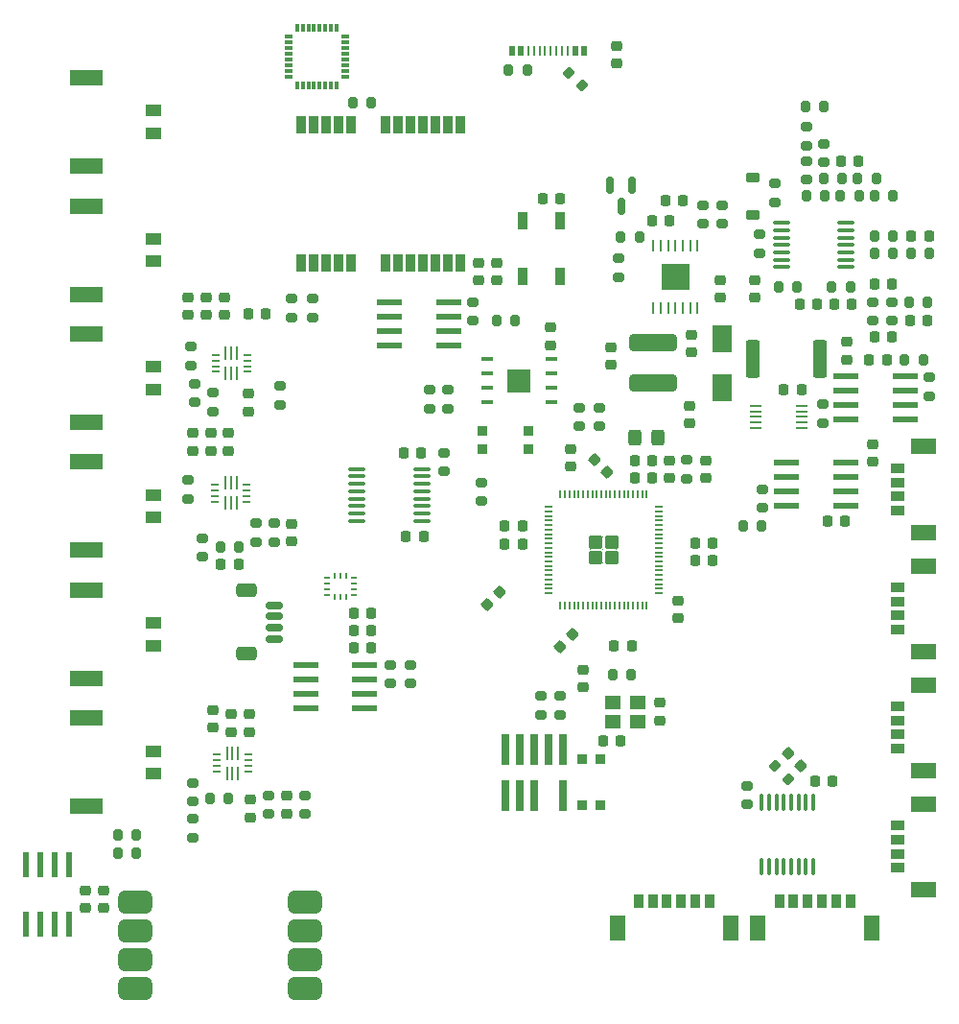
<source format=gtp>
%TF.GenerationSoftware,KiCad,Pcbnew,9.0.1*%
%TF.CreationDate,2025-04-07T16:57:50-07:00*%
%TF.ProjectId,ADCS_board,41444353-5f62-46f6-9172-642e6b696361,v1.2*%
%TF.SameCoordinates,Original*%
%TF.FileFunction,Paste,Top*%
%TF.FilePolarity,Positive*%
%FSLAX46Y46*%
G04 Gerber Fmt 4.6, Leading zero omitted, Abs format (unit mm)*
G04 Created by KiCad (PCBNEW 9.0.1) date 2025-04-07 16:57:50*
%MOMM*%
%LPD*%
G01*
G04 APERTURE LIST*
G04 Aperture macros list*
%AMRoundRect*
0 Rectangle with rounded corners*
0 $1 Rounding radius*
0 $2 $3 $4 $5 $6 $7 $8 $9 X,Y pos of 4 corners*
0 Add a 4 corners polygon primitive as box body*
4,1,4,$2,$3,$4,$5,$6,$7,$8,$9,$2,$3,0*
0 Add four circle primitives for the rounded corners*
1,1,$1+$1,$2,$3*
1,1,$1+$1,$4,$5*
1,1,$1+$1,$6,$7*
1,1,$1+$1,$8,$9*
0 Add four rect primitives between the rounded corners*
20,1,$1+$1,$2,$3,$4,$5,0*
20,1,$1+$1,$4,$5,$6,$7,0*
20,1,$1+$1,$6,$7,$8,$9,0*
20,1,$1+$1,$8,$9,$2,$3,0*%
G04 Aperture macros list end*
%ADD10C,0.000000*%
%ADD11R,0.213360X1.120140*%
%ADD12R,1.722000X1.617000*%
%ADD13RoundRect,0.225000X-0.250000X0.225000X-0.250000X-0.225000X0.250000X-0.225000X0.250000X0.225000X0*%
%ADD14RoundRect,0.225000X0.250000X-0.225000X0.250000X0.225000X-0.250000X0.225000X-0.250000X-0.225000X0*%
%ADD15RoundRect,0.200000X0.200000X0.275000X-0.200000X0.275000X-0.200000X-0.275000X0.200000X-0.275000X0*%
%ADD16RoundRect,0.225000X0.225000X0.250000X-0.225000X0.250000X-0.225000X-0.250000X0.225000X-0.250000X0*%
%ADD17RoundRect,0.200000X0.335876X0.053033X0.053033X0.335876X-0.335876X-0.053033X-0.053033X-0.335876X0*%
%ADD18RoundRect,0.200000X-0.275000X0.200000X-0.275000X-0.200000X0.275000X-0.200000X0.275000X0.200000X0*%
%ADD19RoundRect,0.200000X-0.200000X-0.275000X0.200000X-0.275000X0.200000X0.275000X-0.200000X0.275000X0*%
%ADD20RoundRect,0.200000X0.275000X-0.200000X0.275000X0.200000X-0.275000X0.200000X-0.275000X-0.200000X0*%
%ADD21RoundRect,0.250000X-0.362500X-1.425000X0.362500X-1.425000X0.362500X1.425000X-0.362500X1.425000X0*%
%ADD22RoundRect,0.333000X-1.767000X0.417000X-1.767000X-0.417000X1.767000X-0.417000X1.767000X0.417000X0*%
%ADD23R,1.137920X0.211328*%
%ADD24RoundRect,0.225000X-0.225000X-0.250000X0.225000X-0.250000X0.225000X0.250000X-0.225000X0.250000X0*%
%ADD25R,0.480000X0.920000*%
%ADD26R,0.240000X0.920000*%
%ADD27RoundRect,0.500000X-1.000000X-0.500000X1.000000X-0.500000X1.000000X0.500000X-1.000000X0.500000X0*%
%ADD28RoundRect,0.225000X-0.017678X0.335876X-0.335876X0.017678X0.017678X-0.335876X0.335876X-0.017678X0*%
%ADD29R,1.450000X1.100000*%
%ADD30R,2.899999X1.350000*%
%ADD31R,0.304800X0.762000*%
%ADD32R,0.762000X0.304800*%
%ADD33RoundRect,0.100000X0.100000X-0.637500X0.100000X0.637500X-0.100000X0.637500X-0.100000X-0.637500X0*%
%ADD34R,1.295400X0.838200*%
%ADD35R,2.260600X1.397000*%
%ADD36R,0.838200X1.295400*%
%ADD37R,1.397000X2.260600*%
%ADD38RoundRect,0.090000X-0.360000X0.660000X-0.360000X-0.660000X0.360000X-0.660000X0.360000X0.660000X0*%
%ADD39R,0.200000X1.300000*%
%ADD40R,0.800000X0.250000*%
%ADD41RoundRect,0.250000X-0.325000X-0.450000X0.325000X-0.450000X0.325000X0.450000X-0.325000X0.450000X0*%
%ADD42RoundRect,0.250000X-0.350000X-0.350000X0.350000X-0.350000X0.350000X0.350000X-0.350000X0.350000X0*%
%ADD43RoundRect,0.044000X0.268000X-0.044000X0.268000X0.044000X-0.268000X0.044000X-0.268000X-0.044000X0*%
%ADD44RoundRect,0.044000X-0.044000X-0.268000X0.044000X-0.268000X0.044000X0.268000X-0.044000X0.268000X0*%
%ADD45R,0.000001X0.000001*%
%ADD46RoundRect,0.150000X-0.150000X0.587500X-0.150000X-0.587500X0.150000X-0.587500X0.150000X0.587500X0*%
%ADD47R,0.475000X0.250000*%
%ADD48R,0.250000X0.475000*%
%ADD49R,0.740000X2.790000*%
%ADD50R,1.400000X1.200000*%
%ADD51RoundRect,0.100000X-0.637500X-0.100000X0.637500X-0.100000X0.637500X0.100000X-0.637500X0.100000X0*%
%ADD52R,0.609600X2.209800*%
%ADD53R,0.900000X0.900000*%
%ADD54R,2.209800X0.609600*%
%ADD55RoundRect,0.150000X0.625000X-0.150000X0.625000X0.150000X-0.625000X0.150000X-0.625000X-0.150000X0*%
%ADD56RoundRect,0.250000X0.650000X-0.350000X0.650000X0.350000X-0.650000X0.350000X-0.650000X-0.350000X0*%
%ADD57R,0.812800X1.625600*%
%ADD58RoundRect,0.200000X-0.335876X-0.053033X-0.053033X-0.335876X0.335876X0.053033X0.053033X0.335876X0*%
%ADD59RoundRect,0.100000X0.637500X0.100000X-0.637500X0.100000X-0.637500X-0.100000X0.637500X-0.100000X0*%
%ADD60R,1.050000X0.450000*%
%ADD61R,2.100000X2.100000*%
%ADD62RoundRect,0.225000X0.335876X0.017678X0.017678X0.335876X-0.335876X-0.017678X-0.017678X-0.335876X0*%
%ADD63RoundRect,0.225000X-0.335876X-0.017678X-0.017678X-0.335876X0.335876X0.017678X0.017678X0.335876X0*%
%ADD64R,1.700000X2.350000*%
%ADD65RoundRect,0.225000X-0.375000X0.225000X-0.375000X-0.225000X0.375000X-0.225000X0.375000X0.225000X0*%
G04 APERTURE END LIST*
D10*
%TO.C,U5*%
G36*
X158046100Y-81213096D02*
G01*
X155586100Y-81213096D01*
X155586100Y-78903096D01*
X158046100Y-78903096D01*
X158046100Y-81213096D01*
G37*
%TD*%
D11*
%TO.C,U5*%
X158766134Y-77289496D03*
X158116121Y-77289496D03*
X157466112Y-77289496D03*
X156816100Y-77289496D03*
X156166088Y-77289496D03*
X155516079Y-77289496D03*
X154866066Y-77289496D03*
X154866066Y-82826696D03*
X155516079Y-82826696D03*
X156166088Y-82826696D03*
X156816100Y-82826696D03*
X157466112Y-82826696D03*
X158116121Y-82826696D03*
X158766134Y-82826696D03*
D12*
X156816100Y-80058096D03*
%TD*%
D13*
%TO.C,C18*%
X151100000Y-86250000D03*
X151100000Y-87800000D03*
%TD*%
D14*
%TO.C,C17*%
X158050000Y-92975000D03*
X158050000Y-91425000D03*
%TD*%
%TO.C,C21*%
X158200000Y-86690500D03*
X158200000Y-85140500D03*
%TD*%
D15*
%TO.C,R15*%
X153606000Y-76517500D03*
X151956000Y-76517500D03*
%TD*%
D16*
%TO.C,C26*%
X156286500Y-75057000D03*
X154736500Y-75057000D03*
%TD*%
D17*
%TO.C,R40*%
X148583363Y-63183363D03*
X147416637Y-62016637D03*
%TD*%
D14*
%TO.C,C29*%
X151600000Y-61200000D03*
X151600000Y-59650000D03*
%TD*%
D18*
%TO.C,R13*%
X159194500Y-73724000D03*
X159194500Y-75374000D03*
%TD*%
D19*
%TO.C,R39*%
X142075000Y-61800000D03*
X143725000Y-61800000D03*
%TD*%
D16*
%TO.C,C27*%
X157493000Y-73279000D03*
X155943000Y-73279000D03*
%TD*%
D18*
%TO.C,R17*%
X151750000Y-78425000D03*
X151750000Y-80075000D03*
%TD*%
D20*
%TO.C,R14*%
X160909000Y-75374000D03*
X160909000Y-73724000D03*
%TD*%
D21*
%TO.C,R7*%
X163637500Y-87300000D03*
X169562500Y-87300000D03*
%TD*%
D22*
%TO.C,L2*%
X154813000Y-85830000D03*
X154813000Y-89430000D03*
%TD*%
D14*
%TO.C,C19*%
X160750000Y-81875000D03*
X160750000Y-80325000D03*
%TD*%
%TO.C,C20*%
X163785950Y-81875000D03*
X163785950Y-80325000D03*
%TD*%
D20*
%TO.C,R16*%
X169800000Y-92925000D03*
X169800000Y-91275000D03*
%TD*%
D23*
%TO.C,U4*%
X167944700Y-93400001D03*
X167944700Y-92899999D03*
X167944700Y-92400000D03*
X167944700Y-91900001D03*
X167944700Y-91399999D03*
X163855300Y-91399999D03*
X163855300Y-91900001D03*
X163855300Y-92400000D03*
X163855300Y-92899999D03*
X163855300Y-93400001D03*
%TD*%
D24*
%TO.C,C32*%
X166375000Y-90000000D03*
X167925000Y-90000000D03*
%TD*%
D25*
%TO.C,J9*%
X148752000Y-60128000D03*
X147952000Y-60128000D03*
D26*
X146802000Y-60128000D03*
X145802000Y-60128000D03*
X145302000Y-60128000D03*
X144302000Y-60128000D03*
D25*
X143152000Y-60128000D03*
X142352000Y-60128000D03*
D26*
X143802000Y-60128000D03*
X144802000Y-60128000D03*
X146302000Y-60128000D03*
X147302000Y-60128000D03*
%TD*%
D27*
%TO.C,U10*%
X109100000Y-135180000D03*
X109100000Y-137720000D03*
X109100000Y-140260000D03*
X109100000Y-142800000D03*
X124100000Y-135180000D03*
X124100000Y-137720000D03*
X124100000Y-140260000D03*
X124100000Y-142800000D03*
%TD*%
D28*
%TO.C,C43*%
X147750000Y-111551992D03*
X146653984Y-112648008D03*
%TD*%
D24*
%TO.C,C28*%
X158525000Y-105100000D03*
X160075000Y-105100000D03*
%TD*%
%TO.C,C1*%
X150425000Y-120950000D03*
X151975000Y-120950000D03*
%TD*%
D29*
%TO.C,J10*%
X110750000Y-76671501D03*
X110750000Y-78671502D03*
D30*
X104775001Y-73776503D03*
X104775001Y-81566498D03*
%TD*%
D19*
%TO.C,R8*%
X141025000Y-83850000D03*
X142675000Y-83850000D03*
%TD*%
D24*
%TO.C,C59*%
X169132125Y-124544624D03*
X170682125Y-124544624D03*
%TD*%
D14*
%TO.C,C34*%
X117330000Y-95375000D03*
X117330000Y-93825000D03*
%TD*%
D16*
%TO.C,C15*%
X143275000Y-103600000D03*
X141725000Y-103600000D03*
%TD*%
D13*
%TO.C,C40*%
X119300000Y-126175000D03*
X119300000Y-127725000D03*
%TD*%
D15*
%TO.C,R25*%
X109225000Y-129300000D03*
X107575000Y-129300000D03*
%TD*%
D20*
%TO.C,R55*%
X164204500Y-77947000D03*
X164204500Y-76297000D03*
%TD*%
D18*
%TO.C,R42*%
X122920000Y-81975000D03*
X122920000Y-83625000D03*
%TD*%
D24*
%TO.C,C62*%
X128425000Y-111250000D03*
X129975000Y-111250000D03*
%TD*%
D29*
%TO.C,J15*%
X110750000Y-110571500D03*
X110750000Y-112571501D03*
D30*
X104775001Y-107676502D03*
X104775001Y-115466497D03*
%TD*%
D15*
%TO.C,R54*%
X172240000Y-80917000D03*
X170590000Y-80917000D03*
%TD*%
D20*
%TO.C,R27*%
X148300000Y-93225000D03*
X148300000Y-91575000D03*
%TD*%
D18*
%TO.C,R45*%
X139700000Y-98175000D03*
X139700000Y-99825000D03*
%TD*%
D31*
%TO.C,U13*%
X123400000Y-63110000D03*
X123900000Y-63110000D03*
X124400000Y-63110000D03*
X124900000Y-63110000D03*
X125400000Y-63110000D03*
X125900000Y-63110000D03*
X126400000Y-63110000D03*
X126900000Y-63110000D03*
D32*
X127650000Y-62360000D03*
X127650000Y-61860000D03*
X127650000Y-61360000D03*
X127650000Y-60860000D03*
X127650000Y-60360000D03*
X127650000Y-59860000D03*
X127650000Y-59360000D03*
X127650000Y-58860000D03*
D31*
X126900000Y-58110000D03*
X126400000Y-58110000D03*
X125900000Y-58110000D03*
X125400000Y-58110000D03*
X124900000Y-58110000D03*
X124400000Y-58110000D03*
X123900000Y-58110000D03*
X123400000Y-58110000D03*
D32*
X122650000Y-58860000D03*
X122650000Y-59360000D03*
X122650000Y-59860000D03*
X122650000Y-60360000D03*
X122650000Y-60860000D03*
X122650000Y-61360000D03*
X122650000Y-61860000D03*
X122650000Y-62360000D03*
%TD*%
D13*
%TO.C,C54*%
X119115000Y-90345000D03*
X119115000Y-91895000D03*
%TD*%
D18*
%TO.C,R37*%
X115000000Y-103075000D03*
X115000000Y-104725000D03*
%TD*%
%TO.C,R36*%
X121350000Y-101775000D03*
X121350000Y-103425000D03*
%TD*%
D19*
%TO.C,R59*%
X168377000Y-72877000D03*
X170027000Y-72877000D03*
%TD*%
%TO.C,R61*%
X171377000Y-72877000D03*
X173027000Y-72877000D03*
%TD*%
D18*
%TO.C,R19*%
X179250000Y-88925000D03*
X179250000Y-90575000D03*
%TD*%
D13*
%TO.C,C42*%
X148650000Y-114725000D03*
X148650000Y-116275000D03*
%TD*%
D29*
%TO.C,J12*%
X110750000Y-121871501D03*
X110750000Y-123871502D03*
D30*
X104775001Y-118976503D03*
X104775001Y-126766498D03*
%TD*%
D19*
%TO.C,R49*%
X174375000Y-76400000D03*
X176025000Y-76400000D03*
%TD*%
D14*
%TO.C,C58*%
X106300000Y-135725000D03*
X106300000Y-134175000D03*
%TD*%
D19*
%TO.C,R63*%
X174377000Y-72877000D03*
X176027000Y-72877000D03*
%TD*%
D16*
%TO.C,C51*%
X172977000Y-69877000D03*
X171427000Y-69877000D03*
%TD*%
D20*
%TO.C,R4*%
X136700000Y-91675000D03*
X136700000Y-90025000D03*
%TD*%
D16*
%TO.C,C46*%
X143275000Y-102000000D03*
X141725000Y-102000000D03*
%TD*%
D24*
%TO.C,C10*%
X153225000Y-96250000D03*
X154775000Y-96250000D03*
%TD*%
D28*
%TO.C,C47*%
X141248008Y-107851992D03*
X140151992Y-108948008D03*
%TD*%
D18*
%TO.C,R66*%
X168402000Y-69802000D03*
X168402000Y-71452000D03*
%TD*%
D33*
%TO.C,U9*%
X164432125Y-132107124D03*
X165082125Y-132107124D03*
X165732125Y-132107124D03*
X166382125Y-132107124D03*
X167032125Y-132107124D03*
X167682125Y-132107124D03*
X168332125Y-132107124D03*
X168982125Y-132107124D03*
X168982125Y-126382124D03*
X168332125Y-126382124D03*
X167682125Y-126382124D03*
X167032125Y-126382124D03*
X166382125Y-126382124D03*
X165732125Y-126382124D03*
X165082125Y-126382124D03*
X164432125Y-126382124D03*
%TD*%
D18*
%TO.C,R52*%
X174200000Y-82266999D03*
X174200000Y-83916999D03*
%TD*%
D14*
%TO.C,C9*%
X113800000Y-83375000D03*
X113800000Y-81825000D03*
%TD*%
D20*
%TO.C,R1*%
X164450000Y-100425000D03*
X164450000Y-98775000D03*
%TD*%
D13*
%TO.C,C37*%
X157000000Y-108625000D03*
X157000000Y-110175000D03*
%TD*%
D14*
%TO.C,C56*%
X141000000Y-80375000D03*
X141000000Y-78825000D03*
%TD*%
%TO.C,C33*%
X114200000Y-95375000D03*
X114200000Y-93825000D03*
%TD*%
D18*
%TO.C,R47*%
X133400000Y-114275000D03*
X133400000Y-115925000D03*
%TD*%
D16*
%TO.C,C39*%
X172345000Y-82490000D03*
X170795000Y-82490000D03*
%TD*%
D34*
%TO.C,J1*%
X176405800Y-132175000D03*
X176405800Y-130925000D03*
X176405800Y-129675000D03*
X176405800Y-128425000D03*
D35*
X178700690Y-126525000D03*
X178700690Y-134075000D03*
%TD*%
D24*
%TO.C,C14*%
X151400000Y-112600000D03*
X152950000Y-112600000D03*
%TD*%
D36*
%TO.C,J18*%
X165982125Y-135150424D03*
X167232125Y-135150424D03*
X168482125Y-135150424D03*
X169732125Y-135150424D03*
X170982125Y-135150424D03*
X172232125Y-135150424D03*
D37*
X174132125Y-137445314D03*
X164082125Y-137445314D03*
%TD*%
D14*
%TO.C,C12*%
X156300000Y-97775000D03*
X156300000Y-96225000D03*
%TD*%
D16*
%TO.C,C8*%
X134375000Y-95600000D03*
X132825000Y-95600000D03*
%TD*%
D38*
%TO.C,D1*%
X146600000Y-75100000D03*
X143300000Y-75100000D03*
X143300000Y-80000000D03*
X146600000Y-80000000D03*
%TD*%
D24*
%TO.C,C48*%
X167795000Y-82490000D03*
X169345000Y-82490000D03*
%TD*%
D39*
%TO.C,U1*%
X118090126Y-86770188D03*
X117590000Y-86770188D03*
X117089874Y-86770188D03*
D40*
X116190000Y-86920000D03*
X116190000Y-87420126D03*
X116190000Y-87920252D03*
X116190000Y-88420378D03*
D39*
X117089874Y-88570190D03*
X117590000Y-88570190D03*
X118090126Y-88570190D03*
D40*
X118990000Y-88420378D03*
X118990000Y-87920252D03*
X118990000Y-87420126D03*
X118990000Y-86920000D03*
%TD*%
D16*
%TO.C,C30*%
X179175000Y-76400000D03*
X177625000Y-76400000D03*
%TD*%
%TO.C,C3*%
X171775000Y-101600000D03*
X170225000Y-101600000D03*
%TD*%
D41*
%TO.C,L1*%
X153197303Y-94217303D03*
X155247303Y-94217303D03*
%TD*%
D34*
%TO.C,J17*%
X176405800Y-100675000D03*
X176405800Y-99425000D03*
X176405800Y-98175000D03*
X176405800Y-96925000D03*
D35*
X178700690Y-95025000D03*
X178700690Y-102575000D03*
%TD*%
D15*
%TO.C,R58*%
X179076001Y-82281999D03*
X177426001Y-82281999D03*
%TD*%
D14*
%TO.C,C57*%
X104700000Y-135725000D03*
X104700000Y-134175000D03*
%TD*%
D18*
%TO.C,R30*%
X124100000Y-125775000D03*
X124100000Y-127425000D03*
%TD*%
%TO.C,R43*%
X114390000Y-89445000D03*
X114390000Y-91095000D03*
%TD*%
D42*
%TO.C,U2*%
X149760000Y-103443333D03*
X149760000Y-104843333D03*
X151160000Y-103443333D03*
X151160000Y-104843333D03*
D43*
X145563500Y-100343333D03*
X145563500Y-100743333D03*
X145563500Y-101143333D03*
X145563500Y-101543333D03*
X145563500Y-101943333D03*
X145563500Y-102343333D03*
X145563500Y-102743333D03*
X145563500Y-103143333D03*
X145563500Y-103543333D03*
X145563500Y-103943333D03*
X145563500Y-104343333D03*
X145563500Y-104743333D03*
X145563500Y-105143333D03*
X145563500Y-105543333D03*
X145563500Y-105943333D03*
X145563500Y-106343333D03*
X145563500Y-106743333D03*
X145563500Y-107143333D03*
X145563500Y-107543333D03*
X145563500Y-107943333D03*
D44*
X146660000Y-109039833D03*
X147060000Y-109039833D03*
X147460000Y-109039833D03*
X147860000Y-109039833D03*
X148260000Y-109039833D03*
X148660000Y-109039833D03*
X149060000Y-109039833D03*
X149460000Y-109039833D03*
X149860000Y-109039833D03*
X150260000Y-109039833D03*
X150660000Y-109039833D03*
X151060000Y-109039833D03*
X151460000Y-109039833D03*
X151860000Y-109039833D03*
X152260000Y-109039833D03*
X152660000Y-109039833D03*
X153060000Y-109039833D03*
X153460000Y-109039833D03*
X153860000Y-109039833D03*
X154260000Y-109039833D03*
D43*
X155356500Y-107943333D03*
X155356500Y-107543333D03*
X155356500Y-107143333D03*
X155356500Y-106743333D03*
X155356500Y-106343333D03*
X155356500Y-105943333D03*
X155356500Y-105543333D03*
X155356500Y-105143333D03*
X155356500Y-104743333D03*
X155356500Y-104343333D03*
X155356500Y-103943333D03*
X155356500Y-103543333D03*
X155356500Y-103143333D03*
X155356500Y-102743333D03*
X155356500Y-102343333D03*
X155356500Y-101943333D03*
X155356500Y-101543333D03*
X155356500Y-101143333D03*
X155356500Y-100743333D03*
X155356500Y-100343333D03*
D44*
X154260000Y-99246833D03*
X153860000Y-99246833D03*
X153460000Y-99246833D03*
X153060000Y-99246833D03*
X152660000Y-99246833D03*
X152260000Y-99246833D03*
X151860000Y-99246833D03*
X151460000Y-99246833D03*
X151060000Y-99246833D03*
X150660000Y-99246833D03*
X150260000Y-99246833D03*
X149860000Y-99246833D03*
X149460000Y-99246833D03*
X149060000Y-99246833D03*
X148660000Y-99246833D03*
X148260000Y-99246833D03*
X147860000Y-99246833D03*
X147460000Y-99246833D03*
X147060000Y-99246833D03*
X146660000Y-99246833D03*
D45*
X149326667Y-103010000D03*
X149326667Y-104143333D03*
X149326667Y-105276666D03*
X150460000Y-103010000D03*
X150460000Y-104143333D03*
X150460000Y-105276666D03*
X151593333Y-103010000D03*
X151593333Y-104143333D03*
X151593333Y-105276666D03*
%TD*%
D16*
%TO.C,C49*%
X175926001Y-80700000D03*
X174376001Y-80700000D03*
%TD*%
D46*
%TO.C,Q3*%
X152950000Y-71962500D03*
X151050000Y-71962500D03*
X152000000Y-73837500D03*
%TD*%
D39*
%TO.C,U6*%
X118065000Y-98220000D03*
X117564874Y-98220000D03*
X117064748Y-98220000D03*
D40*
X116164874Y-98369812D03*
X116164874Y-98869938D03*
X116164874Y-99370064D03*
X116164874Y-99870190D03*
D39*
X117064748Y-100020002D03*
X117564874Y-100020002D03*
X118065000Y-100020002D03*
D40*
X118964874Y-99870190D03*
X118964874Y-99370064D03*
X118964874Y-98869938D03*
X118964874Y-98369812D03*
%TD*%
D15*
%TO.C,R51*%
X179225000Y-78000000D03*
X177575000Y-78000000D03*
%TD*%
D47*
%TO.C,U11*%
X126075000Y-106600000D03*
X126075000Y-107100000D03*
X126075000Y-107600000D03*
X126075000Y-108100000D03*
D48*
X126737500Y-108262500D03*
X127237500Y-108262500D03*
X127737500Y-108262500D03*
D47*
X128400000Y-108100000D03*
X128400000Y-107600000D03*
X128400000Y-107100000D03*
X128400000Y-106600000D03*
D48*
X127737500Y-106437500D03*
X127237500Y-106437500D03*
X126737500Y-106437500D03*
%TD*%
D19*
%TO.C,R24*%
X107575000Y-130900000D03*
X109225000Y-130900000D03*
%TD*%
D49*
%TO.C,J20*%
X141795000Y-125800000D03*
X141795000Y-121730000D03*
X143065000Y-125800000D03*
X143065000Y-121730000D03*
X144335000Y-125800000D03*
X144335000Y-121730000D03*
X145605000Y-121730000D03*
X146875000Y-125800000D03*
X146875000Y-121730000D03*
%TD*%
D50*
%TO.C,Y1*%
X151300000Y-119250000D03*
X153500000Y-119250000D03*
X153500000Y-117550000D03*
X151300000Y-117550000D03*
%TD*%
D24*
%TO.C,C63*%
X128425000Y-112800000D03*
X129975000Y-112800000D03*
%TD*%
D14*
%TO.C,C23*%
X115400000Y-83375000D03*
X115400000Y-81825000D03*
%TD*%
D51*
%TO.C,U14*%
X128700000Y-97000000D03*
X128700000Y-97650000D03*
X128700000Y-98300000D03*
X128700000Y-98950000D03*
X128700000Y-99600000D03*
X128700000Y-100250000D03*
X128700000Y-100900000D03*
X128700000Y-101550000D03*
X134425000Y-101550000D03*
X134425000Y-100900000D03*
X134425000Y-100250000D03*
X134425000Y-99600000D03*
X134425000Y-98950000D03*
X134425000Y-98300000D03*
X134425000Y-97650000D03*
X134425000Y-97000000D03*
%TD*%
D18*
%TO.C,R29*%
X121900000Y-89675000D03*
X121900000Y-91325000D03*
%TD*%
D52*
%TO.C,Q5*%
X103305000Y-131883800D03*
X102035000Y-131883800D03*
X100765000Y-131883800D03*
X99495000Y-131883800D03*
X99495000Y-137116200D03*
X100765000Y-137116200D03*
X102035000Y-137116200D03*
X103305000Y-137116200D03*
%TD*%
D34*
%TO.C,J16*%
X176405800Y-111175000D03*
X176405800Y-109925000D03*
X176405800Y-108675000D03*
X176405800Y-107425000D03*
D35*
X178700690Y-105525000D03*
X178700690Y-113075000D03*
%TD*%
D53*
%TO.C,SW2*%
X139750000Y-95200000D03*
X143850000Y-95200000D03*
X139750000Y-93600000D03*
X143850000Y-93600000D03*
%TD*%
D54*
%TO.C,Q2*%
X166583800Y-96406900D03*
X166583800Y-97676900D03*
X166583800Y-98946900D03*
X166583800Y-100216900D03*
X171816200Y-100216900D03*
X171816200Y-98946900D03*
X171816200Y-97676900D03*
X171816200Y-96406900D03*
%TD*%
%TO.C,Q6*%
X129382400Y-118105000D03*
X129382400Y-116835000D03*
X129382400Y-115565000D03*
X129382400Y-114295000D03*
X124150000Y-114295000D03*
X124150000Y-115565000D03*
X124150000Y-116835000D03*
X124150000Y-118105000D03*
%TD*%
D55*
%TO.C,J19*%
X121425000Y-112000000D03*
X121425000Y-111000000D03*
X121425000Y-110000000D03*
X121425000Y-109000000D03*
D56*
X118900000Y-113300000D03*
X118900000Y-107700000D03*
%TD*%
D20*
%TO.C,R53*%
X175901001Y-83916999D03*
X175901001Y-82266999D03*
%TD*%
D14*
%TO.C,C35*%
X115780000Y-95375000D03*
X115780000Y-93825000D03*
%TD*%
D15*
%TO.C,R50*%
X176025000Y-78000000D03*
X174375000Y-78000000D03*
%TD*%
D19*
%TO.C,R35*%
X128325000Y-64650000D03*
X129975000Y-64650000D03*
%TD*%
D16*
%TO.C,C38*%
X175926001Y-85341999D03*
X174376001Y-85341999D03*
%TD*%
D20*
%TO.C,R10*%
X114000000Y-87865000D03*
X114000000Y-86215000D03*
%TD*%
D19*
%TO.C,R62*%
X172877000Y-71377000D03*
X174527000Y-71377000D03*
%TD*%
D14*
%TO.C,C31*%
X117600000Y-120175000D03*
X117600000Y-118625000D03*
%TD*%
D57*
%TO.C,U12*%
X137800000Y-66600000D03*
X136700000Y-66600000D03*
X135600000Y-66600000D03*
X134500000Y-66600000D03*
X133400000Y-66600000D03*
X132300000Y-66600000D03*
X131200000Y-66600000D03*
X128200000Y-66600000D03*
X127100000Y-66600000D03*
X126000000Y-66600000D03*
X124900000Y-66600000D03*
X123800000Y-66600000D03*
X123800000Y-78800000D03*
X124900000Y-78800000D03*
X126000000Y-78800000D03*
X127100000Y-78800000D03*
X128200000Y-78800000D03*
X131200000Y-78800000D03*
X132300000Y-78800000D03*
X133400000Y-78800000D03*
X134500000Y-78800000D03*
X135600000Y-78800000D03*
X136700000Y-78800000D03*
X137800000Y-78800000D03*
%TD*%
D34*
%TO.C,J2*%
X176405800Y-121675000D03*
X176405800Y-120425000D03*
X176405800Y-119175000D03*
X176405800Y-117925000D03*
D35*
X178700690Y-116025000D03*
X178700690Y-123575000D03*
%TD*%
D20*
%TO.C,R3*%
X146650000Y-118675000D03*
X146650000Y-117025000D03*
%TD*%
D58*
%TO.C,R6*%
X165623762Y-123161261D03*
X166790488Y-124327987D03*
%TD*%
D29*
%TO.C,J14*%
X110750000Y-87971500D03*
X110750000Y-89971501D03*
D30*
X104775001Y-85076502D03*
X104775001Y-92866497D03*
%TD*%
D54*
%TO.C,Q4*%
X136816200Y-86105000D03*
X136816200Y-84835000D03*
X136816200Y-83565000D03*
X136816200Y-82295000D03*
X131583800Y-82295000D03*
X131583800Y-83565000D03*
X131583800Y-84835000D03*
X131583800Y-86105000D03*
%TD*%
D18*
%TO.C,R9*%
X138900000Y-82275000D03*
X138900000Y-83925000D03*
%TD*%
D24*
%TO.C,C60*%
X133025000Y-102900000D03*
X134575000Y-102900000D03*
%TD*%
D18*
%TO.C,R64*%
X168402000Y-66802000D03*
X168402000Y-68452000D03*
%TD*%
D20*
%TO.C,R57*%
X165615000Y-73445000D03*
X165615000Y-71795000D03*
%TD*%
D14*
%TO.C,C25*%
X119200000Y-120175000D03*
X119200000Y-118625000D03*
%TD*%
%TO.C,C45*%
X147550000Y-96800000D03*
X147550000Y-95250000D03*
%TD*%
D18*
%TO.C,R12*%
X114200000Y-124675000D03*
X114200000Y-126325000D03*
%TD*%
D13*
%TO.C,C41*%
X122900000Y-101825000D03*
X122900000Y-103375000D03*
%TD*%
D59*
%TO.C,U7*%
X171885000Y-79170000D03*
X171885000Y-78520000D03*
X171885000Y-77870000D03*
X171885000Y-77220000D03*
X171885000Y-76570000D03*
X171885000Y-75920000D03*
X171885000Y-75270000D03*
X166160000Y-75270000D03*
X166160000Y-75920000D03*
X166160000Y-76570000D03*
X166160000Y-77220000D03*
X166160000Y-77870000D03*
X166160000Y-78520000D03*
X166160000Y-79170000D03*
%TD*%
D54*
%TO.C,Q1*%
X177116200Y-92605000D03*
X177116200Y-91335000D03*
X177116200Y-90065000D03*
X177116200Y-88795000D03*
X171883800Y-88795000D03*
X171883800Y-90065000D03*
X171883800Y-91335000D03*
X171883800Y-92605000D03*
%TD*%
D24*
%TO.C,C13*%
X158525000Y-103550000D03*
X160075000Y-103550000D03*
%TD*%
D60*
%TO.C,U3*%
X140160000Y-87295000D03*
X140160000Y-88565000D03*
X140160000Y-89835000D03*
X140160000Y-91105000D03*
X145860000Y-91105000D03*
X145860000Y-89835000D03*
X145860000Y-88565000D03*
X145860000Y-87295000D03*
D61*
X143010000Y-89200000D03*
%TD*%
D16*
%TO.C,C5*%
X146625000Y-73160000D03*
X145075000Y-73160000D03*
%TD*%
D14*
%TO.C,C24*%
X116000000Y-119775000D03*
X116000000Y-118225000D03*
%TD*%
D62*
%TO.C,C44*%
X150748008Y-97298008D03*
X149651992Y-96201992D03*
%TD*%
D53*
%TO.C,SW1*%
X150200000Y-126650000D03*
X150200000Y-122550000D03*
X148600000Y-126650000D03*
X148600000Y-122550000D03*
%TD*%
D13*
%TO.C,C2*%
X155400000Y-117625000D03*
X155400000Y-119175000D03*
%TD*%
D18*
%TO.C,R41*%
X124750000Y-81975000D03*
X124750000Y-83625000D03*
%TD*%
D20*
%TO.C,R11*%
X113800000Y-99625000D03*
X113800000Y-97975000D03*
%TD*%
D19*
%TO.C,R18*%
X177025000Y-87350000D03*
X178675000Y-87350000D03*
%TD*%
D63*
%TO.C,C6*%
X166759117Y-122096616D03*
X167855133Y-123192632D03*
%TD*%
D64*
%TO.C,D3*%
X160900000Y-85500000D03*
X160900000Y-89800000D03*
%TD*%
D36*
%TO.C,J3*%
X153557124Y-135149734D03*
X154807124Y-135149734D03*
X156057124Y-135149734D03*
X157307124Y-135149734D03*
X158557124Y-135149734D03*
X159807124Y-135149734D03*
D37*
X161707124Y-137444624D03*
X151657124Y-137444624D03*
%TD*%
D18*
%TO.C,R48*%
X131650000Y-114275000D03*
X131650000Y-115925000D03*
%TD*%
D19*
%TO.C,R60*%
X169877000Y-71377000D03*
X171527000Y-71377000D03*
%TD*%
D15*
%TO.C,R33*%
X117325000Y-126025000D03*
X115675000Y-126025000D03*
%TD*%
D29*
%TO.C,J13*%
X110750000Y-65371500D03*
X110750000Y-67371501D03*
D30*
X104775001Y-62476502D03*
X104775001Y-70266497D03*
%TD*%
D39*
%TO.C,U8*%
X118200126Y-122050062D03*
X117700000Y-122050062D03*
X117199874Y-122050062D03*
D40*
X116300000Y-122199874D03*
X116300000Y-122700000D03*
X116300000Y-123200126D03*
X116300000Y-123700252D03*
D39*
X117199874Y-123850064D03*
X117700000Y-123850064D03*
X118200126Y-123850064D03*
D40*
X119100000Y-123700252D03*
X119100000Y-123200126D03*
X119100000Y-122700000D03*
X119100000Y-122199874D03*
%TD*%
D16*
%TO.C,C52*%
X118225000Y-105400000D03*
X116675000Y-105400000D03*
%TD*%
D18*
%TO.C,R44*%
X115990000Y-90270000D03*
X115990000Y-91920000D03*
%TD*%
D14*
%TO.C,C4*%
X174200000Y-96375000D03*
X174200000Y-94825000D03*
%TD*%
D24*
%TO.C,C50*%
X177516001Y-83861999D03*
X179066001Y-83861999D03*
%TD*%
D29*
%TO.C,J11*%
X110750000Y-99271501D03*
X110750000Y-101271502D03*
D30*
X104775001Y-96376503D03*
X104775001Y-104166498D03*
%TD*%
D19*
%TO.C,R22*%
X168275000Y-65000000D03*
X169925000Y-65000000D03*
%TD*%
D15*
%TO.C,R56*%
X167565000Y-80900000D03*
X165915000Y-80900000D03*
%TD*%
D18*
%TO.C,R65*%
X169902000Y-68302000D03*
X169902000Y-69952000D03*
%TD*%
D20*
%TO.C,R28*%
X150100000Y-93225000D03*
X150100000Y-91575000D03*
%TD*%
D14*
%TO.C,C16*%
X159512000Y-97816000D03*
X159512000Y-96266000D03*
%TD*%
D18*
%TO.C,R32*%
X114200000Y-127875000D03*
X114200000Y-129525000D03*
%TD*%
D15*
%TO.C,R2*%
X164425000Y-102000000D03*
X162775000Y-102000000D03*
%TD*%
D18*
%TO.C,R21*%
X135100000Y-90025000D03*
X135100000Y-91675000D03*
%TD*%
D65*
%TO.C,D2*%
X163600000Y-71300000D03*
X163600000Y-74600000D03*
%TD*%
D18*
%TO.C,R46*%
X136400000Y-95575000D03*
X136400000Y-97225000D03*
%TD*%
D14*
%TO.C,C64*%
X171900000Y-87325000D03*
X171900000Y-85775000D03*
%TD*%
D15*
%TO.C,R20*%
X152925000Y-115150000D03*
X151275000Y-115150000D03*
%TD*%
D18*
%TO.C,R26*%
X157800000Y-96175000D03*
X157800000Y-97825000D03*
%TD*%
D14*
%TO.C,C7*%
X145800000Y-86075000D03*
X145800000Y-84525000D03*
%TD*%
D18*
%TO.C,R5*%
X163107125Y-124919624D03*
X163107125Y-126569624D03*
%TD*%
D24*
%TO.C,C61*%
X128425000Y-109700000D03*
X129975000Y-109700000D03*
%TD*%
D13*
%TO.C,C36*%
X122470000Y-125825000D03*
X122470000Y-127375000D03*
%TD*%
D14*
%TO.C,C55*%
X139450000Y-80375000D03*
X139450000Y-78825000D03*
%TD*%
D18*
%TO.C,R31*%
X120900000Y-125800000D03*
X120900000Y-127450000D03*
%TD*%
D24*
%TO.C,C65*%
X173900000Y-87350000D03*
X175450000Y-87350000D03*
%TD*%
D18*
%TO.C,R34*%
X119770000Y-101765000D03*
X119770000Y-103415000D03*
%TD*%
D20*
%TO.C,R23*%
X144900000Y-118675000D03*
X144900000Y-117025000D03*
%TD*%
D24*
%TO.C,C11*%
X153225000Y-97750000D03*
X154775000Y-97750000D03*
%TD*%
D14*
%TO.C,C22*%
X117000000Y-83375000D03*
X117000000Y-81825000D03*
%TD*%
D15*
%TO.C,R38*%
X118280000Y-103840000D03*
X116630000Y-103840000D03*
%TD*%
D16*
%TO.C,C53*%
X120665000Y-83330000D03*
X119115000Y-83330000D03*
%TD*%
M02*

</source>
